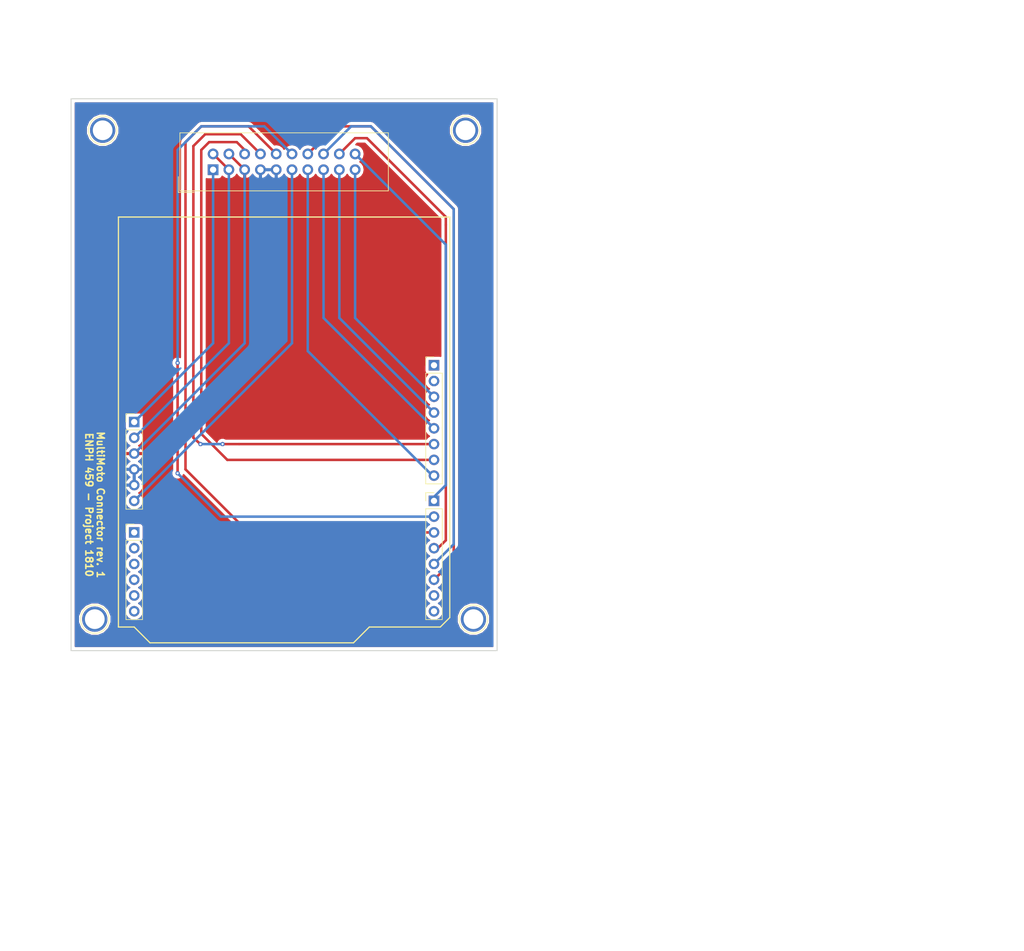
<source format=kicad_pcb>
(kicad_pcb (version 4) (host pcbnew 4.0.7)

  (general
    (links 21)
    (no_connects 0)
    (area 102.414287 41.75 210.085715 147.400001)
    (thickness 1.6)
    (drawings 29)
    (tracks 81)
    (zones 0)
    (modules 9)
    (nets 28)
  )

  (page A4)
  (layers
    (0 F.Cu signal)
    (31 B.Cu signal)
    (33 F.Adhes user)
    (34 B.Paste user)
    (35 F.Paste user)
    (36 B.SilkS user)
    (37 F.SilkS user)
    (38 B.Mask user)
    (39 F.Mask user)
    (40 Dwgs.User user)
    (41 Cmts.User user)
    (42 Eco1.User user)
    (43 Eco2.User user)
    (44 Edge.Cuts user)
    (45 Margin user)
    (47 F.CrtYd user)
    (49 F.Fab user hide)
  )

  (setup
    (last_trace_width 0.4064)
    (trace_clearance 0.1524)
    (zone_clearance 0.508)
    (zone_45_only no)
    (trace_min 0.1524)
    (segment_width 0.2)
    (edge_width 0.2)
    (via_size 0.6858)
    (via_drill 0.3302)
    (via_min_size 0.6858)
    (via_min_drill 0.3302)
    (uvia_size 0.762)
    (uvia_drill 0.508)
    (uvias_allowed no)
    (uvia_min_size 0)
    (uvia_min_drill 0)
    (pcb_text_width 0.3)
    (pcb_text_size 1.5 1.5)
    (mod_edge_width 0.15)
    (mod_text_size 1 1)
    (mod_text_width 0.15)
    (pad_size 4.064 4.064)
    (pad_drill 3.175)
    (pad_to_mask_clearance 0.2)
    (aux_axis_origin 0 0)
    (grid_origin 116.84 57.15)
    (visible_elements 7FFFFFFF)
    (pcbplotparams
      (layerselection 0x010fc_80000001)
      (usegerberextensions true)
      (excludeedgelayer true)
      (linewidth 0.100000)
      (plotframeref false)
      (viasonmask false)
      (mode 1)
      (useauxorigin false)
      (hpglpennumber 1)
      (hpglpenspeed 20)
      (hpglpendiameter 15)
      (hpglpenoverlay 2)
      (psnegative false)
      (psa4output false)
      (plotreference true)
      (plotvalue true)
      (plotinvisibletext false)
      (padsonsilk false)
      (subtractmaskfromsilk false)
      (outputformat 1)
      (mirror false)
      (drillshape 0)
      (scaleselection 1)
      (outputdirectory gerber/))
  )

  (net 0 "")
  (net 1 RESET)
  (net 2 ~ENABLE~)
  (net 3 +3.3V)
  (net 4 +5V)
  (net 5 DIR_1)
  (net 6 GND)
  (net 7 DIR_2)
  (net 8 DIR_3)
  (net 9 Vin)
  (net 10 DIR_4)
  (net 11 PWM_1)
  (net 12 SCLK)
  (net 13 PWM_2)
  (net 14 MISO)
  (net 15 PWM_3)
  (net 16 MOSI)
  (net 17 PWM_4)
  (net 18 "Net-(J3-Pad1)")
  (net 19 "Net-(J3-Pad2)")
  (net 20 "Net-(J3-Pad3)")
  (net 21 "Net-(J3-Pad4)")
  (net 22 "Net-(J3-Pad5)")
  (net 23 "Net-(J3-Pad6)")
  (net 24 "Net-(J4-Pad1)")
  (net 25 "Net-(J5-Pad7)")
  (net 26 "Net-(J5-Pad8)")
  (net 27 "Net-(J4-Pad2)")

  (net_class Default "This is the default net class."
    (clearance 0.1524)
    (trace_width 0.4064)
    (via_dia 0.6858)
    (via_drill 0.3302)
    (uvia_dia 0.762)
    (uvia_drill 0.508)
    (add_net +3.3V)
    (add_net +5V)
    (add_net DIR_1)
    (add_net DIR_2)
    (add_net DIR_3)
    (add_net DIR_4)
    (add_net GND)
    (add_net MISO)
    (add_net MOSI)
    (add_net "Net-(J3-Pad1)")
    (add_net "Net-(J3-Pad2)")
    (add_net "Net-(J3-Pad3)")
    (add_net "Net-(J3-Pad4)")
    (add_net "Net-(J3-Pad5)")
    (add_net "Net-(J3-Pad6)")
    (add_net "Net-(J4-Pad1)")
    (add_net "Net-(J4-Pad2)")
    (add_net "Net-(J5-Pad7)")
    (add_net "Net-(J5-Pad8)")
    (add_net PWM_1)
    (add_net PWM_2)
    (add_net PWM_3)
    (add_net PWM_4)
    (add_net RESET)
    (add_net SCLK)
    (add_net Vin)
    (add_net ~ENABLE~)
  )

  (module Connectors_IDC:IDC-Header_2x10_Pitch2.54mm_Straight (layer F.Cu) (tedit 5A168165) (tstamp 5A1531DC)
    (at 139.7 68.58 90)
    (descr "20 pins through hole IDC header")
    (tags "IDC header socket VASCH")
    (path /5A13C6BC)
    (fp_text reference J1 (at -5.08 -3.81 180) (layer F.SilkS) hide
      (effects (font (size 1 1) (thickness 0.15)))
    )
    (fp_text value HEADER_10x2 (at 1.27 29.464 90) (layer F.Fab) hide
      (effects (font (size 1 1) (thickness 0.15)))
    )
    (fp_text user %R (at 1.27 11.43 90) (layer F.Fab)
      (effects (font (size 1 1) (thickness 0.15)))
    )
    (fp_line (start 5.695 -5.1) (end 5.695 27.96) (layer F.Fab) (width 0.1))
    (fp_line (start 5.145 -4.56) (end 5.145 27.4) (layer F.Fab) (width 0.1))
    (fp_line (start -3.155 -5.1) (end -3.155 27.96) (layer F.Fab) (width 0.1))
    (fp_line (start -2.605 -4.56) (end -2.605 9.18) (layer F.Fab) (width 0.1))
    (fp_line (start -2.605 13.68) (end -2.605 27.4) (layer F.Fab) (width 0.1))
    (fp_line (start -2.605 9.18) (end -3.155 9.18) (layer F.Fab) (width 0.1))
    (fp_line (start -2.605 13.68) (end -3.155 13.68) (layer F.Fab) (width 0.1))
    (fp_line (start 5.695 -5.1) (end -3.155 -5.1) (layer F.Fab) (width 0.1))
    (fp_line (start 5.145 -4.56) (end -2.605 -4.56) (layer F.Fab) (width 0.1))
    (fp_line (start 5.695 27.96) (end -3.155 27.96) (layer F.Fab) (width 0.1))
    (fp_line (start 5.145 27.4) (end -2.605 27.4) (layer F.Fab) (width 0.1))
    (fp_line (start 5.695 -5.1) (end 5.145 -4.56) (layer F.Fab) (width 0.1))
    (fp_line (start 5.695 27.96) (end 5.145 27.4) (layer F.Fab) (width 0.1))
    (fp_line (start -3.155 -5.1) (end -2.605 -4.56) (layer F.Fab) (width 0.1))
    (fp_line (start -3.155 27.96) (end -2.605 27.4) (layer F.Fab) (width 0.1))
    (fp_line (start 6.2 -5.85) (end 6.2 28.46) (layer F.CrtYd) (width 0.05))
    (fp_line (start 6.2 28.46) (end -3.91 28.46) (layer F.CrtYd) (width 0.05))
    (fp_line (start -3.91 28.46) (end -3.91 -5.85) (layer F.CrtYd) (width 0.05))
    (fp_line (start -3.91 -5.85) (end 6.2 -5.85) (layer F.CrtYd) (width 0.05))
    (fp_line (start 5.945 -5.35) (end 5.945 28.21) (layer F.SilkS) (width 0.12))
    (fp_line (start 5.945 28.21) (end -3.405 28.21) (layer F.SilkS) (width 0.12))
    (fp_line (start -3.405 28.21) (end -3.405 -5.35) (layer F.SilkS) (width 0.12))
    (fp_line (start -3.405 -5.35) (end 5.945 -5.35) (layer F.SilkS) (width 0.12))
    (fp_line (start -3.655 -5.6) (end -3.655 -3.06) (layer F.SilkS) (width 0.12))
    (fp_line (start -3.655 -5.6) (end -1.115 -5.6) (layer F.SilkS) (width 0.12))
    (pad 1 thru_hole rect (at 0 0 90) (size 1.7272 1.7272) (drill 1.016) (layers *.Cu *.Mask)
      (net 1 RESET))
    (pad 2 thru_hole oval (at 2.54 0 90) (size 1.7272 1.7272) (drill 1.016) (layers *.Cu *.Mask)
      (net 3 +3.3V))
    (pad 3 thru_hole oval (at 0 2.54 90) (size 1.7272 1.7272) (drill 1.016) (layers *.Cu *.Mask)
      (net 3 +3.3V))
    (pad 4 thru_hole oval (at 2.54 2.54 90) (size 1.7272 1.7272) (drill 1.016) (layers *.Cu *.Mask)
      (net 4 +5V))
    (pad 5 thru_hole oval (at 0 5.08 90) (size 1.7272 1.7272) (drill 1.016) (layers *.Cu *.Mask)
      (net 4 +5V))
    (pad 6 thru_hole oval (at 2.54 5.08 90) (size 1.7272 1.7272) (drill 1.016) (layers *.Cu *.Mask)
      (net 11 PWM_1))
    (pad 7 thru_hole oval (at 0 7.62 90) (size 1.7272 1.7272) (drill 1.016) (layers *.Cu *.Mask)
      (net 6 GND))
    (pad 8 thru_hole oval (at 2.54 7.62 90) (size 1.7272 1.7272) (drill 1.016) (layers *.Cu *.Mask)
      (net 13 PWM_2))
    (pad 9 thru_hole oval (at 0 10.16 90) (size 1.7272 1.7272) (drill 1.016) (layers *.Cu *.Mask)
      (net 6 GND))
    (pad 10 thru_hole oval (at 2.54 10.16 90) (size 1.7272 1.7272) (drill 1.016) (layers *.Cu *.Mask)
      (net 15 PWM_3))
    (pad 11 thru_hole oval (at 0 12.7 90) (size 1.7272 1.7272) (drill 1.016) (layers *.Cu *.Mask)
      (net 9 Vin))
    (pad 12 thru_hole oval (at 2.54 12.7 90) (size 1.7272 1.7272) (drill 1.016) (layers *.Cu *.Mask)
      (net 17 PWM_4))
    (pad 13 thru_hole oval (at 0 15.24 90) (size 1.7272 1.7272) (drill 1.016) (layers *.Cu *.Mask)
      (net 2 ~ENABLE~))
    (pad 14 thru_hole oval (at 2.54 15.24 90) (size 1.7272 1.7272) (drill 1.016) (layers *.Cu *.Mask)
      (net 5 DIR_1))
    (pad 15 thru_hole oval (at 0 17.78 90) (size 1.7272 1.7272) (drill 1.016) (layers *.Cu *.Mask)
      (net 16 MOSI))
    (pad 16 thru_hole oval (at 2.54 17.78 90) (size 1.7272 1.7272) (drill 1.016) (layers *.Cu *.Mask)
      (net 7 DIR_2))
    (pad 17 thru_hole oval (at 0 20.32 90) (size 1.7272 1.7272) (drill 1.016) (layers *.Cu *.Mask)
      (net 14 MISO))
    (pad 18 thru_hole oval (at 2.54 20.32 90) (size 1.7272 1.7272) (drill 1.016) (layers *.Cu *.Mask)
      (net 8 DIR_3))
    (pad 19 thru_hole oval (at 0 22.86 90) (size 1.7272 1.7272) (drill 1.016) (layers *.Cu *.Mask)
      (net 12 SCLK))
    (pad 20 thru_hole oval (at 2.54 22.86 90) (size 1.7272 1.7272) (drill 1.016) (layers *.Cu *.Mask)
      (net 10 DIR_4))
    (model ${KISYS3DMOD}/Connectors_IDC.3dshapes/IDC-Header_2x10_Pitch2.54mm_Straight.wrl
      (at (xyz 0 0 0))
      (scale (xyz 1 1 1))
      (rotate (xyz 0 0 0))
    )
  )

  (module Socket_Strips:Socket_Strip_Straight_1x06_Pitch2.54mm (layer F.Cu) (tedit 5A168146) (tstamp 5A150DA8)
    (at 127 109.22)
    (descr "Through hole straight socket strip, 1x06, 2.54mm pitch, single row")
    (tags "Through hole socket strip THT 1x06 2.54mm single row")
    (path /5A1509F0)
    (fp_text reference J2 (at -3.81 0) (layer F.SilkS) hide
      (effects (font (size 1 1) (thickness 0.15)))
    )
    (fp_text value HEADER_6 (at 0 15.03) (layer F.Fab) hide
      (effects (font (size 1 1) (thickness 0.15)))
    )
    (fp_line (start -1.27 -1.27) (end -1.27 13.97) (layer F.Fab) (width 0.1))
    (fp_line (start -1.27 13.97) (end 1.27 13.97) (layer F.Fab) (width 0.1))
    (fp_line (start 1.27 13.97) (end 1.27 -1.27) (layer F.Fab) (width 0.1))
    (fp_line (start 1.27 -1.27) (end -1.27 -1.27) (layer F.Fab) (width 0.1))
    (fp_line (start -1.33 1.27) (end -1.33 14.03) (layer F.SilkS) (width 0.12))
    (fp_line (start -1.33 14.03) (end 1.33 14.03) (layer F.SilkS) (width 0.12))
    (fp_line (start 1.33 14.03) (end 1.33 1.27) (layer F.SilkS) (width 0.12))
    (fp_line (start 1.33 1.27) (end -1.33 1.27) (layer F.SilkS) (width 0.12))
    (fp_line (start -1.33 0) (end -1.33 -1.33) (layer F.SilkS) (width 0.12))
    (fp_line (start -1.33 -1.33) (end 0 -1.33) (layer F.SilkS) (width 0.12))
    (fp_line (start -1.8 -1.8) (end -1.8 14.5) (layer F.CrtYd) (width 0.05))
    (fp_line (start -1.8 14.5) (end 1.8 14.5) (layer F.CrtYd) (width 0.05))
    (fp_line (start 1.8 14.5) (end 1.8 -1.8) (layer F.CrtYd) (width 0.05))
    (fp_line (start 1.8 -1.8) (end -1.8 -1.8) (layer F.CrtYd) (width 0.05))
    (fp_text user %R (at 0 -2.33) (layer F.Fab)
      (effects (font (size 1 1) (thickness 0.15)))
    )
    (pad 1 thru_hole rect (at 0 0) (size 1.7 1.7) (drill 1) (layers *.Cu *.Mask)
      (net 1 RESET))
    (pad 2 thru_hole oval (at 0 2.54) (size 1.7 1.7) (drill 1) (layers *.Cu *.Mask)
      (net 3 +3.3V))
    (pad 3 thru_hole oval (at 0 5.08) (size 1.7 1.7) (drill 1) (layers *.Cu *.Mask)
      (net 4 +5V))
    (pad 4 thru_hole oval (at 0 7.62) (size 1.7 1.7) (drill 1) (layers *.Cu *.Mask)
      (net 6 GND))
    (pad 5 thru_hole oval (at 0 10.16) (size 1.7 1.7) (drill 1) (layers *.Cu *.Mask)
      (net 6 GND))
    (pad 6 thru_hole oval (at 0 12.7) (size 1.7 1.7) (drill 1) (layers *.Cu *.Mask)
      (net 9 Vin))
    (model ${KISYS3DMOD}/Socket_Strips.3dshapes/Socket_Strip_Straight_1x06_Pitch2.54mm.wrl
      (at (xyz 0 -0.25 0))
      (scale (xyz 1 1 1))
      (rotate (xyz 0 0 270))
    )
  )

  (module Socket_Strips:Socket_Strip_Straight_1x06_Pitch2.54mm (layer F.Cu) (tedit 5A16814E) (tstamp 5A150DB2)
    (at 127 127)
    (descr "Through hole straight socket strip, 1x06, 2.54mm pitch, single row")
    (tags "Through hole socket strip THT 1x06 2.54mm single row")
    (path /5A150A54)
    (fp_text reference J3 (at -0.762 16.51) (layer F.SilkS) hide
      (effects (font (size 1 1) (thickness 0.15)))
    )
    (fp_text value HEADER_6 (at 0 15.03) (layer F.Fab) hide
      (effects (font (size 1 1) (thickness 0.15)))
    )
    (fp_line (start -1.27 -1.27) (end -1.27 13.97) (layer F.Fab) (width 0.1))
    (fp_line (start -1.27 13.97) (end 1.27 13.97) (layer F.Fab) (width 0.1))
    (fp_line (start 1.27 13.97) (end 1.27 -1.27) (layer F.Fab) (width 0.1))
    (fp_line (start 1.27 -1.27) (end -1.27 -1.27) (layer F.Fab) (width 0.1))
    (fp_line (start -1.33 1.27) (end -1.33 14.03) (layer F.SilkS) (width 0.12))
    (fp_line (start -1.33 14.03) (end 1.33 14.03) (layer F.SilkS) (width 0.12))
    (fp_line (start 1.33 14.03) (end 1.33 1.27) (layer F.SilkS) (width 0.12))
    (fp_line (start 1.33 1.27) (end -1.33 1.27) (layer F.SilkS) (width 0.12))
    (fp_line (start -1.33 0) (end -1.33 -1.33) (layer F.SilkS) (width 0.12))
    (fp_line (start -1.33 -1.33) (end 0 -1.33) (layer F.SilkS) (width 0.12))
    (fp_line (start -1.8 -1.8) (end -1.8 14.5) (layer F.CrtYd) (width 0.05))
    (fp_line (start -1.8 14.5) (end 1.8 14.5) (layer F.CrtYd) (width 0.05))
    (fp_line (start 1.8 14.5) (end 1.8 -1.8) (layer F.CrtYd) (width 0.05))
    (fp_line (start 1.8 -1.8) (end -1.8 -1.8) (layer F.CrtYd) (width 0.05))
    (fp_text user %R (at 0 -2.33) (layer F.Fab) hide
      (effects (font (size 1 1) (thickness 0.15)))
    )
    (pad 1 thru_hole rect (at 0 0) (size 1.7 1.7) (drill 1) (layers *.Cu *.Mask)
      (net 18 "Net-(J3-Pad1)"))
    (pad 2 thru_hole oval (at 0 2.54) (size 1.7 1.7) (drill 1) (layers *.Cu *.Mask)
      (net 19 "Net-(J3-Pad2)"))
    (pad 3 thru_hole oval (at 0 5.08) (size 1.7 1.7) (drill 1) (layers *.Cu *.Mask)
      (net 20 "Net-(J3-Pad3)"))
    (pad 4 thru_hole oval (at 0 7.62) (size 1.7 1.7) (drill 1) (layers *.Cu *.Mask)
      (net 21 "Net-(J3-Pad4)"))
    (pad 5 thru_hole oval (at 0 10.16) (size 1.7 1.7) (drill 1) (layers *.Cu *.Mask)
      (net 22 "Net-(J3-Pad5)"))
    (pad 6 thru_hole oval (at 0 12.7) (size 1.7 1.7) (drill 1) (layers *.Cu *.Mask)
      (net 23 "Net-(J3-Pad6)"))
    (model ${KISYS3DMOD}/Socket_Strips.3dshapes/Socket_Strip_Straight_1x06_Pitch2.54mm.wrl
      (at (xyz 0 -0.25 0))
      (scale (xyz 1 1 1))
      (rotate (xyz 0 0 270))
    )
  )

  (module Socket_Strips:Socket_Strip_Straight_1x08_Pitch2.54mm (layer F.Cu) (tedit 5A16816C) (tstamp 5A150DBE)
    (at 175.26 100.076)
    (descr "Through hole straight socket strip, 1x08, 2.54mm pitch, single row")
    (tags "Through hole socket strip THT 1x08 2.54mm single row")
    (path /5A150A8C)
    (fp_text reference J4 (at 3.81 0) (layer F.SilkS) hide
      (effects (font (size 1 1) (thickness 0.15)))
    )
    (fp_text value HEADER_8 (at 0 20.11) (layer F.Fab) hide
      (effects (font (size 1 1) (thickness 0.15)))
    )
    (fp_line (start -1.27 -1.27) (end -1.27 19.05) (layer F.Fab) (width 0.1))
    (fp_line (start -1.27 19.05) (end 1.27 19.05) (layer F.Fab) (width 0.1))
    (fp_line (start 1.27 19.05) (end 1.27 -1.27) (layer F.Fab) (width 0.1))
    (fp_line (start 1.27 -1.27) (end -1.27 -1.27) (layer F.Fab) (width 0.1))
    (fp_line (start -1.33 1.27) (end -1.33 19.11) (layer F.SilkS) (width 0.12))
    (fp_line (start -1.33 19.11) (end 1.33 19.11) (layer F.SilkS) (width 0.12))
    (fp_line (start 1.33 19.11) (end 1.33 1.27) (layer F.SilkS) (width 0.12))
    (fp_line (start 1.33 1.27) (end -1.33 1.27) (layer F.SilkS) (width 0.12))
    (fp_line (start -1.33 0) (end -1.33 -1.33) (layer F.SilkS) (width 0.12))
    (fp_line (start -1.33 -1.33) (end 0 -1.33) (layer F.SilkS) (width 0.12))
    (fp_line (start -1.8 -1.8) (end -1.8 19.55) (layer F.CrtYd) (width 0.05))
    (fp_line (start -1.8 19.55) (end 1.8 19.55) (layer F.CrtYd) (width 0.05))
    (fp_line (start 1.8 19.55) (end 1.8 -1.8) (layer F.CrtYd) (width 0.05))
    (fp_line (start 1.8 -1.8) (end -1.8 -1.8) (layer F.CrtYd) (width 0.05))
    (fp_text user %R (at 0 -2.33) (layer F.Fab) hide
      (effects (font (size 1 1) (thickness 0.15)))
    )
    (pad 1 thru_hole rect (at 0 0) (size 1.7 1.7) (drill 1) (layers *.Cu *.Mask)
      (net 24 "Net-(J4-Pad1)"))
    (pad 2 thru_hole oval (at 0 2.54) (size 1.7 1.7) (drill 1) (layers *.Cu *.Mask)
      (net 27 "Net-(J4-Pad2)"))
    (pad 3 thru_hole oval (at 0 5.08) (size 1.7 1.7) (drill 1) (layers *.Cu *.Mask)
      (net 12 SCLK))
    (pad 4 thru_hole oval (at 0 7.62) (size 1.7 1.7) (drill 1) (layers *.Cu *.Mask)
      (net 14 MISO))
    (pad 5 thru_hole oval (at 0 10.16) (size 1.7 1.7) (drill 1) (layers *.Cu *.Mask)
      (net 16 MOSI))
    (pad 6 thru_hole oval (at 0 12.7) (size 1.7 1.7) (drill 1) (layers *.Cu *.Mask)
      (net 13 PWM_2))
    (pad 7 thru_hole oval (at 0 15.24) (size 1.7 1.7) (drill 1) (layers *.Cu *.Mask)
      (net 11 PWM_1))
    (pad 8 thru_hole oval (at 0 17.78) (size 1.7 1.7) (drill 1) (layers *.Cu *.Mask)
      (net 2 ~ENABLE~))
    (model ${KISYS3DMOD}/Socket_Strips.3dshapes/Socket_Strip_Straight_1x08_Pitch2.54mm.wrl
      (at (xyz 0 -0.35 0))
      (scale (xyz 1 1 1))
      (rotate (xyz 0 0 270))
    )
  )

  (module Socket_Strips:Socket_Strip_Straight_1x08_Pitch2.54mm (layer F.Cu) (tedit 5A168158) (tstamp 5A150DCA)
    (at 175.26 121.92)
    (descr "Through hole straight socket strip, 1x08, 2.54mm pitch, single row")
    (tags "Through hole socket strip THT 1x08 2.54mm single row")
    (path /5A150ACE)
    (fp_text reference J5 (at 0 21.59) (layer F.SilkS) hide
      (effects (font (size 1 1) (thickness 0.15)))
    )
    (fp_text value HEADER_8 (at 0 20.11) (layer F.Fab) hide
      (effects (font (size 1 1) (thickness 0.15)))
    )
    (fp_line (start -1.27 -1.27) (end -1.27 19.05) (layer F.Fab) (width 0.1))
    (fp_line (start -1.27 19.05) (end 1.27 19.05) (layer F.Fab) (width 0.1))
    (fp_line (start 1.27 19.05) (end 1.27 -1.27) (layer F.Fab) (width 0.1))
    (fp_line (start 1.27 -1.27) (end -1.27 -1.27) (layer F.Fab) (width 0.1))
    (fp_line (start -1.33 1.27) (end -1.33 19.11) (layer F.SilkS) (width 0.12))
    (fp_line (start -1.33 19.11) (end 1.33 19.11) (layer F.SilkS) (width 0.12))
    (fp_line (start 1.33 19.11) (end 1.33 1.27) (layer F.SilkS) (width 0.12))
    (fp_line (start 1.33 1.27) (end -1.33 1.27) (layer F.SilkS) (width 0.12))
    (fp_line (start -1.33 0) (end -1.33 -1.33) (layer F.SilkS) (width 0.12))
    (fp_line (start -1.33 -1.33) (end 0 -1.33) (layer F.SilkS) (width 0.12))
    (fp_line (start -1.8 -1.8) (end -1.8 19.55) (layer F.CrtYd) (width 0.05))
    (fp_line (start -1.8 19.55) (end 1.8 19.55) (layer F.CrtYd) (width 0.05))
    (fp_line (start 1.8 19.55) (end 1.8 -1.8) (layer F.CrtYd) (width 0.05))
    (fp_line (start 1.8 -1.8) (end -1.8 -1.8) (layer F.CrtYd) (width 0.05))
    (fp_text user %R (at 0 -2.33) (layer F.Fab) hide
      (effects (font (size 1 1) (thickness 0.15)))
    )
    (pad 1 thru_hole rect (at 0 0) (size 1.7 1.7) (drill 1) (layers *.Cu *.Mask)
      (net 10 DIR_4))
    (pad 2 thru_hole oval (at 0 2.54) (size 1.7 1.7) (drill 1) (layers *.Cu *.Mask)
      (net 17 PWM_4))
    (pad 3 thru_hole oval (at 0 5.08) (size 1.7 1.7) (drill 1) (layers *.Cu *.Mask)
      (net 15 PWM_3))
    (pad 4 thru_hole oval (at 0 7.62) (size 1.7 1.7) (drill 1) (layers *.Cu *.Mask)
      (net 8 DIR_3))
    (pad 5 thru_hole oval (at 0 10.16) (size 1.7 1.7) (drill 1) (layers *.Cu *.Mask)
      (net 7 DIR_2))
    (pad 6 thru_hole oval (at 0 12.7) (size 1.7 1.7) (drill 1) (layers *.Cu *.Mask)
      (net 5 DIR_1))
    (pad 7 thru_hole oval (at 0 15.24) (size 1.7 1.7) (drill 1) (layers *.Cu *.Mask)
      (net 25 "Net-(J5-Pad7)"))
    (pad 8 thru_hole oval (at 0 17.78) (size 1.7 1.7) (drill 1) (layers *.Cu *.Mask)
      (net 26 "Net-(J5-Pad8)"))
    (model ${KISYS3DMOD}/Socket_Strips.3dshapes/Socket_Strip_Straight_1x08_Pitch2.54mm.wrl
      (at (xyz 0 -0.35 0))
      (scale (xyz 1 1 1))
      (rotate (xyz 0 0 270))
    )
  )

  (module Connectors:1pin (layer F.Cu) (tedit 5A16843D) (tstamp 5A16838D)
    (at 121.92 62.23)
    (descr "module 1 pin (ou trou mecanique de percage)")
    (tags DEV)
    (fp_text reference REF** (at 0 -3.048) (layer F.SilkS) hide
      (effects (font (size 1 1) (thickness 0.15)))
    )
    (fp_text value 1pin (at 0 3) (layer F.Fab) hide
      (effects (font (size 1 1) (thickness 0.15)))
    )
    (fp_circle (center 0 0) (end 2 0.8) (layer F.Fab) (width 0.1))
    (fp_circle (center 0 0) (end 2.6 0) (layer F.CrtYd) (width 0.05))
    (fp_circle (center 0 0) (end 0 -2.286) (layer F.SilkS) (width 0.12))
    (pad 1 thru_hole circle (at 0 0) (size 4.064 4.064) (drill 3.175) (layers *.Cu *.Mask))
  )

  (module Connectors:1pin (layer F.Cu) (tedit 5A168476) (tstamp 5A168446)
    (at 120.65 140.97)
    (descr "module 1 pin (ou trou mecanique de percage)")
    (tags DEV)
    (fp_text reference REF** (at 0 -3.048) (layer F.SilkS) hide
      (effects (font (size 1 1) (thickness 0.15)))
    )
    (fp_text value 1pin (at 0 3) (layer F.Fab) hide
      (effects (font (size 1 1) (thickness 0.15)))
    )
    (fp_circle (center 0 0) (end 2 0.8) (layer F.Fab) (width 0.1))
    (fp_circle (center 0 0) (end 2.6 0) (layer F.CrtYd) (width 0.05))
    (fp_circle (center 0 0) (end 0 -2.286) (layer F.SilkS) (width 0.12))
    (pad 1 thru_hole circle (at 0 0) (size 4.064 4.064) (drill 3.175) (layers *.Cu *.Mask))
  )

  (module Connectors:1pin (layer F.Cu) (tedit 5A1684BD) (tstamp 5A16847F)
    (at 181.61 140.97)
    (descr "module 1 pin (ou trou mecanique de percage)")
    (tags DEV)
    (fp_text reference REF** (at 0 -3.048) (layer F.SilkS) hide
      (effects (font (size 1 1) (thickness 0.15)))
    )
    (fp_text value 1pin (at 0 3) (layer F.Fab) hide
      (effects (font (size 1 1) (thickness 0.15)))
    )
    (fp_circle (center 0 0) (end 2 0.8) (layer F.Fab) (width 0.1))
    (fp_circle (center 0 0) (end 2.6 0) (layer F.CrtYd) (width 0.05))
    (fp_circle (center 0 0) (end 0 -2.286) (layer F.SilkS) (width 0.12))
    (pad 1 thru_hole circle (at 0 0) (size 4.064 4.064) (drill 3.175) (layers *.Cu *.Mask))
  )

  (module Connectors:1pin (layer F.Cu) (tedit 5A1684B6) (tstamp 5A1684A0)
    (at 180.34 62.23)
    (descr "module 1 pin (ou trou mecanique de percage)")
    (tags DEV)
    (fp_text reference REF** (at 0 -3.048) (layer F.SilkS) hide
      (effects (font (size 1 1) (thickness 0.15)))
    )
    (fp_text value 1pin (at 0 3) (layer F.Fab) hide
      (effects (font (size 1 1) (thickness 0.15)))
    )
    (fp_circle (center 0 0) (end 2 0.8) (layer F.Fab) (width 0.1))
    (fp_circle (center 0 0) (end 2.6 0) (layer F.CrtYd) (width 0.05))
    (fp_circle (center 0 0) (end 0 -2.286) (layer F.SilkS) (width 0.12))
    (pad 1 thru_hole circle (at 0 0) (size 4.064 4.064) (drill 3.175) (layers *.Cu *.Mask))
  )

  (gr_text 1 (at 269.24 193.04) (layer Dwgs.User)
    (effects (font (size 1.5 1.5) (thickness 0.3)))
  )
  (gr_text "Nov. 25, 2017" (at 214.63 193.04) (layer Dwgs.User)
    (effects (font (size 1.5 1.5) (thickness 0.3)))
  )
  (gr_text "Multimoto Connector Board" (at 201.93 189.23) (layer Dwgs.User)
    (effects (font (size 1.5 1.5) (thickness 0.3)))
  )
  (dimension 5.08 (width 0.3) (layer Dwgs.User)
    (gr_text "0.2000 in" (at 181.61 154.94) (layer Dwgs.User)
      (effects (font (size 1.5 1.5) (thickness 0.3)))
    )
    (feature1 (pts (xy 184.15 140.97) (xy 184.15 153.83)))
    (feature2 (pts (xy 179.07 140.97) (xy 179.07 153.83)))
    (crossbar (pts (xy 179.07 151.13) (xy 184.15 151.13)))
    (arrow1a (pts (xy 184.15 151.13) (xy 183.023496 151.716421)))
    (arrow1b (pts (xy 184.15 151.13) (xy 183.023496 150.543579)))
    (arrow2a (pts (xy 179.07 151.13) (xy 180.196504 151.716421)))
    (arrow2b (pts (xy 179.07 151.13) (xy 180.196504 150.543579)))
  )
  (dimension 11.43 (width 0.3) (layer Dwgs.User)
    (gr_text "0.4500 in" (at 171.45 63.5 90) (layer Dwgs.User)
      (effects (font (size 1.5 1.5) (thickness 0.3)))
    )
    (feature1 (pts (xy 162.56 57.15) (xy 169.07 57.15)))
    (feature2 (pts (xy 162.56 68.58) (xy 169.07 68.58)))
    (crossbar (pts (xy 166.37 68.58) (xy 166.37 57.15)))
    (arrow1a (pts (xy 166.37 57.15) (xy 166.956421 58.276504)))
    (arrow1b (pts (xy 166.37 57.15) (xy 165.783579 58.276504)))
    (arrow2a (pts (xy 166.37 68.58) (xy 166.956421 67.453496)))
    (arrow2b (pts (xy 166.37 68.58) (xy 165.783579 67.453496)))
  )
  (dimension 3.81 (width 0.3) (layer Dwgs.User)
    (gr_text "0.1500 in" (at 193.04 120.65 270) (layer Dwgs.User)
      (effects (font (size 1.5 1.5) (thickness 0.3)))
    )
    (feature1 (pts (xy 175.26 121.92) (xy 191.93 121.92)))
    (feature2 (pts (xy 175.26 118.11) (xy 191.93 118.11)))
    (crossbar (pts (xy 189.23 118.11) (xy 189.23 121.92)))
    (arrow1a (pts (xy 189.23 121.92) (xy 188.643579 120.793496)))
    (arrow1b (pts (xy 189.23 121.92) (xy 189.816421 120.793496)))
    (arrow2a (pts (xy 189.23 118.11) (xy 188.643579 119.236504)))
    (arrow2b (pts (xy 189.23 118.11) (xy 189.816421 119.236504)))
  )
  (dimension 6.35 (width 0.3) (layer Dwgs.User)
    (gr_text "0.2500 in" (at 135.89 143.51 270) (layer Dwgs.User)
      (effects (font (size 1.5 1.5) (thickness 0.3)))
    )
    (feature1 (pts (xy 127 146.05) (xy 134.78 146.05)))
    (feature2 (pts (xy 127 139.7) (xy 134.78 139.7)))
    (crossbar (pts (xy 132.08 139.7) (xy 132.08 146.05)))
    (arrow1a (pts (xy 132.08 146.05) (xy 131.493579 144.923496)))
    (arrow1b (pts (xy 132.08 146.05) (xy 132.666421 144.923496)))
    (arrow2a (pts (xy 132.08 139.7) (xy 131.493579 140.826504)))
    (arrow2b (pts (xy 132.08 139.7) (xy 132.666421 140.826504)))
  )
  (dimension 10.16 (width 0.3) (layer Dwgs.User)
    (gr_text "0.4000 in" (at 110.49 123.19) (layer Dwgs.User)
      (effects (font (size 1.5 1.5) (thickness 0.3)))
    )
    (feature1 (pts (xy 116.84 127) (xy 116.84 121.760001)))
    (feature2 (pts (xy 127 127) (xy 127 121.760001)))
    (crossbar (pts (xy 127 124.460001) (xy 116.84 124.460001)))
    (arrow1a (pts (xy 116.84 124.460001) (xy 117.966504 123.87358)))
    (arrow1b (pts (xy 116.84 124.460001) (xy 117.966504 125.046422)))
    (arrow2a (pts (xy 127 124.460001) (xy 125.873496 123.87358)))
    (arrow2b (pts (xy 127 124.460001) (xy 125.873496 125.046422)))
  )
  (dimension 68.58 (width 0.3) (layer Dwgs.User)
    (gr_text "2.7000 in" (at 151.13 43.1) (layer Dwgs.User)
      (effects (font (size 1.5 1.5) (thickness 0.3)))
    )
    (feature1 (pts (xy 185.42 77.47) (xy 185.42 41.75)))
    (feature2 (pts (xy 116.84 77.47) (xy 116.84 41.75)))
    (crossbar (pts (xy 116.84 44.45) (xy 185.42 44.45)))
    (arrow1a (pts (xy 185.42 44.45) (xy 184.293496 45.036421)))
    (arrow1b (pts (xy 185.42 44.45) (xy 184.293496 43.863579)))
    (arrow2a (pts (xy 116.84 44.45) (xy 117.966504 45.036421)))
    (arrow2b (pts (xy 116.84 44.45) (xy 117.966504 43.863579)))
  )
  (dimension 88.9 (width 0.3) (layer Dwgs.User)
    (gr_text "3.5000 in" (at 204.55 101.6 270) (layer Dwgs.User)
      (effects (font (size 1.5 1.5) (thickness 0.3)))
    )
    (feature1 (pts (xy 177.8 146.05) (xy 205.9 146.05)))
    (feature2 (pts (xy 177.8 57.15) (xy 205.9 57.15)))
    (crossbar (pts (xy 203.2 57.15) (xy 203.2 146.05)))
    (arrow1a (pts (xy 203.2 146.05) (xy 202.613579 144.923496)))
    (arrow1b (pts (xy 203.2 146.05) (xy 203.786421 144.923496)))
    (arrow2a (pts (xy 203.2 57.15) (xy 202.613579 58.276504)))
    (arrow2b (pts (xy 203.2 57.15) (xy 203.786421 58.276504)))
  )
  (dimension 5.08 (width 0.3) (layer Dwgs.User)
    (gr_text "0.2000 in" (at 107.95 146.05 270) (layer Dwgs.User)
      (effects (font (size 1.5 1.5) (thickness 0.3)))
    )
    (feature1 (pts (xy 120.65 146.05) (xy 110.33 146.05)))
    (feature2 (pts (xy 120.65 140.97) (xy 110.33 140.97)))
    (crossbar (pts (xy 113.03 140.97) (xy 113.03 146.05)))
    (arrow1a (pts (xy 113.03 146.05) (xy 112.443579 144.923496)))
    (arrow1b (pts (xy 113.03 146.05) (xy 113.616421 144.923496)))
    (arrow2a (pts (xy 113.03 140.97) (xy 112.443579 142.096504)))
    (arrow2b (pts (xy 113.03 140.97) (xy 113.616421 142.096504)))
  )
  (dimension 3.81 (width 0.3) (layer Dwgs.User)
    (gr_text "0.1500 in" (at 110.49 133.35) (layer Dwgs.User)
      (effects (font (size 1.5 1.5) (thickness 0.3)))
    )
    (feature1 (pts (xy 116.84 140.97) (xy 116.84 135.73)))
    (feature2 (pts (xy 120.65 140.97) (xy 120.65 135.73)))
    (crossbar (pts (xy 120.65 138.43) (xy 116.84 138.43)))
    (arrow1a (pts (xy 116.84 138.43) (xy 117.966504 137.843579)))
    (arrow1b (pts (xy 116.84 138.43) (xy 117.966504 139.016421)))
    (arrow2a (pts (xy 120.65 138.43) (xy 119.523496 137.843579)))
    (arrow2b (pts (xy 120.65 138.43) (xy 119.523496 139.016421)))
  )
  (dimension 22.86 (width 0.3) (layer Dwgs.User)
    (gr_text "0.9000 in" (at 128.27 69.93) (layer Dwgs.User)
      (effects (font (size 1.5 1.5) (thickness 0.3)))
    )
    (feature1 (pts (xy 116.84 68.58) (xy 116.84 71.28)))
    (feature2 (pts (xy 139.7 68.58) (xy 139.7 71.28)))
    (crossbar (pts (xy 139.7 68.58) (xy 116.84 68.58)))
    (arrow1a (pts (xy 116.84 68.58) (xy 117.966504 67.993579)))
    (arrow1b (pts (xy 116.84 68.58) (xy 117.966504 69.166421)))
    (arrow2a (pts (xy 139.7 68.58) (xy 138.573496 67.993579)))
    (arrow2b (pts (xy 139.7 68.58) (xy 138.573496 69.166421)))
  )
  (dimension 5.08 (width 0.3) (layer Dwgs.User)
    (gr_text "0.2000 in" (at 128.27 53.34) (layer Dwgs.User)
      (effects (font (size 1.5 1.5) (thickness 0.3)))
    )
    (feature1 (pts (xy 116.84 62.23) (xy 116.84 49.37)))
    (feature2 (pts (xy 121.92 62.23) (xy 121.92 49.37)))
    (crossbar (pts (xy 121.92 52.07) (xy 116.84 52.07)))
    (arrow1a (pts (xy 116.84 52.07) (xy 117.966504 51.483579)))
    (arrow1b (pts (xy 116.84 52.07) (xy 117.966504 52.656421)))
    (arrow2a (pts (xy 121.92 52.07) (xy 120.793496 51.483579)))
    (arrow2b (pts (xy 121.92 52.07) (xy 120.793496 52.656421)))
  )
  (dimension 5.08 (width 0.3) (layer Dwgs.User)
    (gr_text "0.2000 in" (at 137.16 55.88 90) (layer Dwgs.User)
      (effects (font (size 1.5 1.5) (thickness 0.3)))
    )
    (feature1 (pts (xy 121.92 57.15) (xy 132.24 57.15)))
    (feature2 (pts (xy 121.92 62.23) (xy 132.24 62.23)))
    (crossbar (pts (xy 129.54 62.23) (xy 129.54 57.15)))
    (arrow1a (pts (xy 129.54 57.15) (xy 130.126421 58.276504)))
    (arrow1b (pts (xy 129.54 57.15) (xy 128.953579 58.276504)))
    (arrow2a (pts (xy 129.54 62.23) (xy 130.126421 61.103496)))
    (arrow2b (pts (xy 129.54 62.23) (xy 128.953579 61.103496)))
  )
  (gr_line (start 177.8 76.2) (end 177.8 140.716) (angle 90) (layer F.SilkS) (width 0.2))
  (gr_line (start 164.846 142.24) (end 176.276 142.24) (angle 90) (layer F.SilkS) (width 0.2))
  (gr_line (start 176.276 142.24) (end 177.8 140.716) (angle 90) (layer F.SilkS) (width 0.2))
  (gr_text "MultiMoto Connector rev. 1\nENPH 459 - Project 1810" (at 120.65 122.555 270) (layer F.SilkS)
    (effects (font (size 1.143 1.143) (thickness 0.254)))
  )
  (gr_line (start 185.42 57.15) (end 185.42 146.05) (angle 90) (layer Edge.Cuts) (width 0.15))
  (gr_line (start 116.84 57.15) (end 185.42 57.15) (angle 90) (layer Edge.Cuts) (width 0.15))
  (gr_line (start 116.84 57.15) (end 116.84 146.05) (angle 90) (layer Edge.Cuts) (width 0.15))
  (gr_line (start 185.42 146.05) (end 116.84 146.05) (angle 90) (layer Edge.Cuts) (width 0.15))
  (gr_line (start 124.46 76.2) (end 124.46 142.24) (angle 90) (layer F.SilkS) (width 0.2))
  (gr_line (start 177.8 76.2) (end 124.46 76.2) (angle 90) (layer F.SilkS) (width 0.2))
  (gr_line (start 162.306 144.78) (end 164.846 142.24) (angle 90) (layer F.SilkS) (width 0.2))
  (gr_line (start 129.54 144.78) (end 162.306 144.78) (angle 90) (layer F.SilkS) (width 0.2))
  (gr_line (start 127 142.24) (end 129.54 144.78) (angle 90) (layer F.SilkS) (width 0.2))
  (gr_line (start 124.46 142.24) (end 127 142.24) (angle 90) (layer F.SilkS) (width 0.2))

  (segment (start 139.7 68.58) (end 139.7 96.52) (width 0.4064) (layer B.Cu) (net 1))
  (segment (start 139.7 96.52) (end 127 109.22) (width 0.4064) (layer B.Cu) (net 1) (tstamp 5A192B11))
  (segment (start 175.26 117.856) (end 175.006 117.856) (width 0.4064) (layer B.Cu) (net 2))
  (segment (start 175.006 117.856) (end 154.94 97.79) (width 0.4064) (layer B.Cu) (net 2) (tstamp 5A19310D))
  (segment (start 154.94 97.79) (end 154.94 68.58) (width 0.4064) (layer B.Cu) (net 2) (tstamp 5A193116))
  (segment (start 142.24 68.58) (end 139.7 66.04) (width 0.4064) (layer F.Cu) (net 3))
  (via (at 139.7 66.04) (size 0.6858) (drill 0.3302) (layers F.Cu B.Cu) (net 3))
  (segment (start 142.24 68.58) (end 142.24 96.52) (width 0.4064) (layer B.Cu) (net 3))
  (segment (start 142.24 96.52) (end 127 111.76) (width 0.4064) (layer B.Cu) (net 3) (tstamp 5A192B17))
  (segment (start 127 114.3) (end 144.78 96.52) (width 0.4064) (layer B.Cu) (net 4))
  (segment (start 144.78 96.52) (end 144.78 68.58) (width 0.4064) (layer B.Cu) (net 4) (tstamp 5A19EDF7))
  (segment (start 142.24 66.04) (end 144.78 68.58) (width 0.4064) (layer F.Cu) (net 4))
  (segment (start 165.1 61.595) (end 159.385 61.595) (width 0.4064) (layer F.Cu) (net 5))
  (segment (start 159.385 61.595) (end 154.94 66.04) (width 0.4064) (layer F.Cu) (net 5) (tstamp 5A19E9E8))
  (segment (start 165.1 61.595) (end 178.435 74.93) (width 0.4064) (layer F.Cu) (net 5) (tstamp 5A19E9E6))
  (segment (start 175.26 134.62) (end 178.435 131.445) (width 0.4064) (layer F.Cu) (net 5))
  (segment (start 178.435 131.445) (end 178.435 74.93) (width 0.4064) (layer F.Cu) (net 5) (tstamp 5A19E8CF))
  (segment (start 157.48 66.04) (end 161.925 61.595) (width 0.4064) (layer B.Cu) (net 7))
  (segment (start 165.1 61.595) (end 178.435 74.93) (width 0.4064) (layer B.Cu) (net 7))
  (segment (start 178.435 128.905) (end 175.26 132.08) (width 0.4064) (layer B.Cu) (net 7) (tstamp 5A19E773))
  (segment (start 178.435 74.93) (end 178.435 128.905) (width 0.4064) (layer B.Cu) (net 7) (tstamp 5A19E81C))
  (segment (start 161.925 61.595) (end 165.1 61.595) (width 0.4064) (layer B.Cu) (net 7) (tstamp 5A19E9DF))
  (segment (start 162.56 63.5) (end 164.465 63.5) (width 0.4064) (layer F.Cu) (net 8))
  (segment (start 177.165 76.2) (end 177.165 77.47) (width 0.4064) (layer F.Cu) (net 8) (tstamp 5A19EA02))
  (segment (start 164.465 63.5) (end 177.165 76.2) (width 0.4064) (layer F.Cu) (net 8) (tstamp 5A19EA00))
  (segment (start 177.165 128.27) (end 177.165 77.47) (width 0.4064) (layer F.Cu) (net 8) (tstamp 5A19E721))
  (segment (start 175.895 129.54) (end 177.165 128.27) (width 0.4064) (layer F.Cu) (net 8) (tstamp 5A19E71D))
  (segment (start 162.56 63.5) (end 160.02 66.04) (width 0.4064) (layer F.Cu) (net 8) (tstamp 5A19E7E4))
  (segment (start 175.26 129.54) (end 175.895 129.54) (width 0.4064) (layer F.Cu) (net 8))
  (segment (start 152.4 68.58) (end 152.4 96.52) (width 0.4064) (layer B.Cu) (net 9))
  (segment (start 152.4 96.52) (end 127 121.92) (width 0.4064) (layer B.Cu) (net 9) (tstamp 5A192B25))
  (segment (start 127 121.92) (end 126.365 121.92) (width 0.4064) (layer F.Cu) (net 9))
  (segment (start 175.26 121.92) (end 175.26 121.285) (width 0.4064) (layer B.Cu) (net 10))
  (segment (start 175.26 121.285) (end 177.165 119.38) (width 0.4064) (layer B.Cu) (net 10) (tstamp 5A19E6D3))
  (segment (start 177.165 80.645) (end 162.56 66.04) (width 0.4064) (layer B.Cu) (net 10) (tstamp 5A19E6D9))
  (segment (start 177.165 119.38) (end 177.165 80.645) (width 0.4064) (layer B.Cu) (net 10) (tstamp 5A19E6D5))
  (segment (start 175.26 121.92) (end 174.625 121.92) (width 0.4064) (layer F.Cu) (net 10))
  (segment (start 137.795 65.405) (end 139.065 64.135) (width 0.4064) (layer F.Cu) (net 11))
  (segment (start 144.78 66.04) (end 144.78 65.405) (width 0.4064) (layer F.Cu) (net 11))
  (segment (start 144.78 65.405) (end 143.51 64.135) (width 0.4064) (layer F.Cu) (net 11) (tstamp 5A19EA4B))
  (segment (start 143.51 64.135) (end 139.065 64.135) (width 0.4064) (layer F.Cu) (net 11) (tstamp 5A19EA4C))
  (segment (start 141.986 115.316) (end 175.26 115.316) (width 0.4064) (layer F.Cu) (net 11) (tstamp 5A19EA5B))
  (segment (start 137.795 111.125) (end 141.986 115.316) (width 0.4064) (layer F.Cu) (net 11) (tstamp 5A19EA59))
  (segment (start 137.795 65.405) (end 137.795 111.125) (width 0.4064) (layer F.Cu) (net 11) (tstamp 5A19EB04))
  (segment (start 175.006 115.57) (end 175.26 115.316) (width 0.4064) (layer F.Cu) (net 11) (tstamp 5A19E66F))
  (segment (start 162.56 68.58) (end 162.56 92.456) (width 0.4064) (layer B.Cu) (net 12))
  (segment (start 162.56 92.456) (end 175.26 105.156) (width 0.4064) (layer B.Cu) (net 12) (tstamp 5A192B3D))
  (segment (start 175.514 105.156) (end 174.498 105.156) (width 0.1524) (layer F.Cu) (net 12))
  (segment (start 137.668 112.776) (end 136.525 111.76) (width 0.4064) (layer F.Cu) (net 13))
  (segment (start 138.43 62.865) (end 144.145 62.865) (width 0.4064) (layer F.Cu) (net 13))
  (segment (start 136.525 64.77) (end 138.43 62.865) (width 0.4064) (layer F.Cu) (net 13))
  (segment (start 175.26 112.776) (end 143.891 112.776) (width 0.4064) (layer F.Cu) (net 13))
  (segment (start 144.145 62.865) (end 147.32 66.04) (width 0.4064) (layer F.Cu) (net 13) (tstamp 5A19EB2F))
  (segment (start 136.525 111.76) (end 136.525 64.77) (width 0.4064) (layer F.Cu) (net 13) (tstamp 5A19EB3F))
  (via (at 137.668 112.776) (size 0.6858) (drill 0.3302) (layers F.Cu B.Cu) (net 13))
  (segment (start 141.224 112.776) (end 137.668 112.776) (width 0.4064) (layer B.Cu) (net 13) (tstamp 5A19EAB5))
  (via (at 141.224 112.776) (size 0.6858) (drill 0.3302) (layers F.Cu B.Cu) (net 13))
  (segment (start 143.891 112.776) (end 141.224 112.776) (width 0.4064) (layer F.Cu) (net 13) (tstamp 5A19EA8D))
  (segment (start 147.32 66.04) (end 147.32 65.405) (width 0.4064) (layer F.Cu) (net 13))
  (segment (start 160.02 68.58) (end 160.02 92.456) (width 0.4064) (layer B.Cu) (net 14))
  (segment (start 160.02 92.456) (end 175.26 107.696) (width 0.4064) (layer B.Cu) (net 14) (tstamp 5A192B37))
  (segment (start 149.86 66.04) (end 145.415 61.595) (width 0.4064) (layer F.Cu) (net 15))
  (segment (start 137.795 61.595) (end 135.255 64.135) (width 0.4064) (layer F.Cu) (net 15) (tstamp 5A19EAC7))
  (segment (start 135.255 64.135) (end 135.255 116.84) (width 0.4064) (layer F.Cu) (net 15) (tstamp 5A19EAD2))
  (segment (start 135.255 116.84) (end 145.415 127) (width 0.4064) (layer F.Cu) (net 15) (tstamp 5A19EAD4))
  (segment (start 145.415 127) (end 175.26 127) (width 0.4064) (layer F.Cu) (net 15) (tstamp 5A19EAD7))
  (segment (start 145.415 61.595) (end 137.795 61.595) (width 0.4064) (layer F.Cu) (net 15) (tstamp 5A19EB8D))
  (segment (start 157.48 68.58) (end 157.48 92.456) (width 0.4064) (layer B.Cu) (net 16))
  (segment (start 157.48 92.456) (end 175.26 110.236) (width 0.4064) (layer B.Cu) (net 16) (tstamp 5A192B2D))
  (segment (start 135.89 63.5) (end 133.985 65.405) (width 0.4064) (layer B.Cu) (net 17))
  (via (at 133.985 99.695) (size 0.6858) (drill 0.3302) (layers F.Cu B.Cu) (net 17))
  (segment (start 133.985 99.695) (end 133.985 117.475) (width 0.4064) (layer F.Cu) (net 17) (tstamp 5A19EC01))
  (via (at 133.985 117.475) (size 0.6858) (drill 0.3302) (layers F.Cu B.Cu) (net 17))
  (segment (start 133.985 117.475) (end 140.97 124.46) (width 0.4064) (layer B.Cu) (net 17) (tstamp 5A19EC12))
  (segment (start 140.97 124.46) (end 175.26 124.46) (width 0.4064) (layer B.Cu) (net 17) (tstamp 5A19EC13))
  (segment (start 133.985 65.405) (end 133.985 99.695) (width 0.4064) (layer B.Cu) (net 17))
  (segment (start 147.955 61.595) (end 137.795 61.595) (width 0.4064) (layer B.Cu) (net 17) (tstamp 5A19EBD0))
  (segment (start 137.795 61.595) (end 135.89 63.5) (width 0.4064) (layer B.Cu) (net 17) (tstamp 5A19EBD4))
  (segment (start 135.89 63.5) (end 135.255 64.135) (width 0.4064) (layer B.Cu) (net 17) (tstamp 5A19EC7C))
  (segment (start 152.4 66.04) (end 147.955 61.595) (width 0.4064) (layer B.Cu) (net 17))
  (segment (start 175.26 124.46) (end 175.895 124.46) (width 0.4064) (layer B.Cu) (net 17))

  (zone (net 4) (net_name +5V) (layer F.Cu) (tstamp 5A19ED72) (hatch edge 0.508)
    (connect_pads (clearance 0.508))
    (min_thickness 0.254)
    (fill yes (arc_segments 16) (thermal_gap 0.508) (thermal_bridge_width 0.508))
    (polygon
      (pts
        (xy 185.42 146.05) (xy 116.84 146.05) (xy 116.84 57.15) (xy 185.42 57.15)
      )
    )
    (filled_polygon
      (pts
        (xy 184.71 145.34) (xy 117.55 145.34) (xy 117.55 141.498172) (xy 117.982538 141.498172) (xy 118.387709 142.478761)
        (xy 119.137293 143.229655) (xy 120.117173 143.636536) (xy 121.178172 143.637462) (xy 122.158761 143.232291) (xy 122.909655 142.482707)
        (xy 123.316536 141.502827) (xy 123.31654 141.498172) (xy 178.942538 141.498172) (xy 179.347709 142.478761) (xy 180.097293 143.229655)
        (xy 181.077173 143.636536) (xy 182.138172 143.637462) (xy 183.118761 143.232291) (xy 183.869655 142.482707) (xy 184.276536 141.502827)
        (xy 184.277462 140.441828) (xy 183.872291 139.461239) (xy 183.122707 138.710345) (xy 182.142827 138.303464) (xy 181.081828 138.302538)
        (xy 180.101239 138.707709) (xy 179.350345 139.457293) (xy 178.943464 140.437173) (xy 178.942538 141.498172) (xy 123.31654 141.498172)
        (xy 123.317462 140.441828) (xy 122.912291 139.461239) (xy 122.162707 138.710345) (xy 121.182827 138.303464) (xy 120.121828 138.302538)
        (xy 119.141239 138.707709) (xy 118.390345 139.457293) (xy 117.983464 140.437173) (xy 117.982538 141.498172) (xy 117.55 141.498172)
        (xy 117.55 129.54) (xy 125.485907 129.54) (xy 125.598946 130.108285) (xy 125.920853 130.590054) (xy 126.250026 130.81)
        (xy 125.920853 131.029946) (xy 125.598946 131.511715) (xy 125.485907 132.08) (xy 125.598946 132.648285) (xy 125.920853 133.130054)
        (xy 126.250026 133.35) (xy 125.920853 133.569946) (xy 125.598946 134.051715) (xy 125.485907 134.62) (xy 125.598946 135.188285)
        (xy 125.920853 135.670054) (xy 126.250026 135.89) (xy 125.920853 136.109946) (xy 125.598946 136.591715) (xy 125.485907 137.16)
        (xy 125.598946 137.728285) (xy 125.920853 138.210054) (xy 126.250026 138.43) (xy 125.920853 138.649946) (xy 125.598946 139.131715)
        (xy 125.485907 139.7) (xy 125.598946 140.268285) (xy 125.920853 140.750054) (xy 126.402622 141.071961) (xy 126.970907 141.185)
        (xy 127.029093 141.185) (xy 127.597378 141.071961) (xy 128.079147 140.750054) (xy 128.401054 140.268285) (xy 128.514093 139.7)
        (xy 128.401054 139.131715) (xy 128.079147 138.649946) (xy 127.749974 138.43) (xy 128.079147 138.210054) (xy 128.401054 137.728285)
        (xy 128.514093 137.16) (xy 128.401054 136.591715) (xy 128.079147 136.109946) (xy 127.749974 135.89) (xy 128.079147 135.670054)
        (xy 128.401054 135.188285) (xy 128.514093 134.62) (xy 128.401054 134.051715) (xy 128.079147 133.569946) (xy 127.749974 133.35)
        (xy 128.079147 133.130054) (xy 128.401054 132.648285) (xy 128.514093 132.08) (xy 128.401054 131.511715) (xy 128.079147 131.029946)
        (xy 127.749974 130.81) (xy 128.079147 130.590054) (xy 128.401054 130.108285) (xy 128.514093 129.54) (xy 128.401054 128.971715)
        (xy 128.079147 128.489946) (xy 128.037548 128.46215) (xy 128.085317 128.453162) (xy 128.301441 128.31409) (xy 128.446431 128.10189)
        (xy 128.49744 127.85) (xy 128.49744 126.15) (xy 128.453162 125.914683) (xy 128.31409 125.698559) (xy 128.10189 125.553569)
        (xy 127.85 125.50256) (xy 126.15 125.50256) (xy 125.914683 125.546838) (xy 125.698559 125.68591) (xy 125.553569 125.89811)
        (xy 125.50256 126.15) (xy 125.50256 127.85) (xy 125.546838 128.085317) (xy 125.68591 128.301441) (xy 125.89811 128.446431)
        (xy 125.965541 128.460086) (xy 125.920853 128.489946) (xy 125.598946 128.971715) (xy 125.485907 129.54) (xy 117.55 129.54)
        (xy 117.55 116.84) (xy 125.485907 116.84) (xy 125.598946 117.408285) (xy 125.920853 117.890054) (xy 126.250026 118.11)
        (xy 125.920853 118.329946) (xy 125.598946 118.811715) (xy 125.485907 119.38) (xy 125.598946 119.948285) (xy 125.920853 120.430054)
        (xy 126.250026 120.65) (xy 125.920853 120.869946) (xy 125.598946 121.351715) (xy 125.485907 121.92) (xy 125.598946 122.488285)
        (xy 125.920853 122.970054) (xy 126.402622 123.291961) (xy 126.970907 123.405) (xy 127.029093 123.405) (xy 127.597378 123.291961)
        (xy 128.079147 122.970054) (xy 128.401054 122.488285) (xy 128.514093 121.92) (xy 128.401054 121.351715) (xy 128.079147 120.869946)
        (xy 127.749974 120.65) (xy 128.079147 120.430054) (xy 128.401054 119.948285) (xy 128.514093 119.38) (xy 128.401054 118.811715)
        (xy 128.079147 118.329946) (xy 127.749974 118.11) (xy 128.079147 117.890054) (xy 128.401054 117.408285) (xy 128.514093 116.84)
        (xy 128.401054 116.271715) (xy 128.079147 115.789946) (xy 127.738447 115.562298) (xy 127.881358 115.495183) (xy 128.271645 115.066924)
        (xy 128.441476 114.65689) (xy 128.320155 114.427) (xy 127.127 114.427) (xy 127.127 114.447) (xy 126.873 114.447)
        (xy 126.873 114.427) (xy 125.679845 114.427) (xy 125.558524 114.65689) (xy 125.728355 115.066924) (xy 126.118642 115.495183)
        (xy 126.261553 115.562298) (xy 125.920853 115.789946) (xy 125.598946 116.271715) (xy 125.485907 116.84) (xy 117.55 116.84)
        (xy 117.55 111.76) (xy 125.485907 111.76) (xy 125.598946 112.328285) (xy 125.920853 112.810054) (xy 126.261553 113.037702)
        (xy 126.118642 113.104817) (xy 125.728355 113.533076) (xy 125.558524 113.94311) (xy 125.679845 114.173) (xy 126.873 114.173)
        (xy 126.873 114.153) (xy 127.127 114.153) (xy 127.127 114.173) (xy 128.320155 114.173) (xy 128.441476 113.94311)
        (xy 128.271645 113.533076) (xy 127.881358 113.104817) (xy 127.738447 113.037702) (xy 128.079147 112.810054) (xy 128.401054 112.328285)
        (xy 128.514093 111.76) (xy 128.401054 111.191715) (xy 128.079147 110.709946) (xy 128.037548 110.68215) (xy 128.085317 110.673162)
        (xy 128.301441 110.53409) (xy 128.446431 110.32189) (xy 128.49744 110.07) (xy 128.49744 108.37) (xy 128.453162 108.134683)
        (xy 128.31409 107.918559) (xy 128.10189 107.773569) (xy 127.85 107.72256) (xy 126.15 107.72256) (xy 125.914683 107.766838)
        (xy 125.698559 107.90591) (xy 125.553569 108.11811) (xy 125.50256 108.37) (xy 125.50256 110.07) (xy 125.546838 110.305317)
        (xy 125.68591 110.521441) (xy 125.89811 110.666431) (xy 125.965541 110.680086) (xy 125.920853 110.709946) (xy 125.598946 111.191715)
        (xy 125.485907 111.76) (xy 117.55 111.76) (xy 117.55 99.888663) (xy 133.006931 99.888663) (xy 133.1468 100.227173)
        (xy 133.1468 116.943605) (xy 133.00727 117.27963) (xy 133.006931 117.668663) (xy 133.155493 118.028212) (xy 133.430341 118.30354)
        (xy 133.78963 118.45273) (xy 134.178663 118.453069) (xy 134.538212 118.304507) (xy 134.81354 118.029659) (xy 134.944318 117.714712)
        (xy 144.822303 127.592697) (xy 145.094235 127.774396) (xy 145.415 127.8382) (xy 174.039297 127.8382) (xy 174.180853 128.050054)
        (xy 174.510026 128.27) (xy 174.180853 128.489946) (xy 173.858946 128.971715) (xy 173.745907 129.54) (xy 173.858946 130.108285)
        (xy 174.180853 130.590054) (xy 174.510026 130.81) (xy 174.180853 131.029946) (xy 173.858946 131.511715) (xy 173.745907 132.08)
        (xy 173.858946 132.648285) (xy 174.180853 133.130054) (xy 174.510026 133.35) (xy 174.180853 133.569946) (xy 173.858946 134.051715)
        (xy 173.745907 134.62) (xy 173.858946 135.188285) (xy 174.180853 135.670054) (xy 174.510026 135.89) (xy 174.180853 136.109946)
        (xy 173.858946 136.591715) (xy 173.745907 137.16) (xy 173.858946 137.728285) (xy 174.180853 138.210054) (xy 174.510026 138.43)
        (xy 174.180853 138.649946) (xy 173.858946 139.131715) (xy 173.745907 139.7) (xy 173.858946 140.268285) (xy 174.180853 140.750054)
        (xy 174.662622 141.071961) (xy 175.230907 141.185) (xy 175.289093 141.185) (xy 175.857378 141.071961) (xy 176.339147 140.750054)
        (xy 176.661054 140.268285) (xy 176.774093 139.7) (xy 176.661054 139.131715) (xy 176.339147 138.649946) (xy 176.009974 138.43)
        (xy 176.339147 138.210054) (xy 176.661054 137.728285) (xy 176.774093 137.16) (xy 176.661054 136.591715) (xy 176.339147 136.109946)
        (xy 176.009974 135.89) (xy 176.339147 135.670054) (xy 176.661054 135.188285) (xy 176.774093 134.62) (xy 176.719558 134.345836)
        (xy 179.027697 132.037697) (xy 179.209396 131.765766) (xy 179.2732 131.445) (xy 179.2732 74.93) (xy 179.209396 74.609235)
        (xy 179.027697 74.337303) (xy 167.448566 62.758172) (xy 177.672538 62.758172) (xy 178.077709 63.738761) (xy 178.827293 64.489655)
        (xy 179.807173 64.896536) (xy 180.868172 64.897462) (xy 181.848761 64.492291) (xy 182.599655 63.742707) (xy 183.006536 62.762827)
        (xy 183.007462 61.701828) (xy 182.602291 60.721239) (xy 181.852707 59.970345) (xy 180.872827 59.563464) (xy 179.811828 59.562538)
        (xy 178.831239 59.967709) (xy 178.080345 60.717293) (xy 177.673464 61.697173) (xy 177.672538 62.758172) (xy 167.448566 62.758172)
        (xy 165.692697 61.002303) (xy 165.420766 60.820604) (xy 165.1 60.7568) (xy 159.385 60.7568) (xy 159.064234 60.820604)
        (xy 158.792303 61.002303) (xy 155.22573 64.568876) (xy 154.94 64.512041) (xy 154.366511 64.626115) (xy 153.88033 64.950971)
        (xy 153.67 65.265752) (xy 153.45967 64.950971) (xy 152.973489 64.626115) (xy 152.4 64.512041) (xy 151.826511 64.626115)
        (xy 151.34033 64.950971) (xy 151.13 65.265752) (xy 150.91967 64.950971) (xy 150.433489 64.626115) (xy 149.86 64.512041)
        (xy 149.57427 64.568876) (xy 146.007697 61.002303) (xy 145.735766 60.820604) (xy 145.415 60.7568) (xy 137.795 60.7568)
        (xy 137.474235 60.820604) (xy 137.474233 60.820605) (xy 137.474234 60.820605) (xy 137.202303 61.002303) (xy 134.662303 63.542303)
        (xy 134.480604 63.814234) (xy 134.425215 64.092697) (xy 134.4168 64.135) (xy 134.4168 98.815444) (xy 134.18037 98.71727)
        (xy 133.791337 98.716931) (xy 133.431788 98.865493) (xy 133.15646 99.140341) (xy 133.00727 99.49963) (xy 133.006931 99.888663)
        (xy 117.55 99.888663) (xy 117.55 62.758172) (xy 119.252538 62.758172) (xy 119.657709 63.738761) (xy 120.407293 64.489655)
        (xy 121.387173 64.896536) (xy 122.448172 64.897462) (xy 123.428761 64.492291) (xy 124.179655 63.742707) (xy 124.586536 62.762827)
        (xy 124.587462 61.701828) (xy 124.182291 60.721239) (xy 123.432707 59.970345) (xy 122.452827 59.563464) (xy 121.391828 59.562538)
        (xy 120.411239 59.967709) (xy 119.660345 60.717293) (xy 119.253464 61.697173) (xy 119.252538 62.758172) (xy 117.55 62.758172)
        (xy 117.55 57.86) (xy 184.71 57.86)
      )
    )
    (filled_polygon
      (pts
        (xy 176.3268 76.547194) (xy 176.3268 98.622463) (xy 176.11 98.57856) (xy 174.41 98.57856) (xy 174.174683 98.622838)
        (xy 173.958559 98.76191) (xy 173.813569 98.97411) (xy 173.76256 99.226) (xy 173.76256 100.926) (xy 173.806838 101.161317)
        (xy 173.94591 101.377441) (xy 174.15811 101.522431) (xy 174.225541 101.536086) (xy 174.180853 101.565946) (xy 173.858946 102.047715)
        (xy 173.745907 102.616) (xy 173.858946 103.184285) (xy 174.180853 103.666054) (xy 174.510026 103.886) (xy 174.180853 104.105946)
        (xy 173.858946 104.587715) (xy 173.745907 105.156) (xy 173.858946 105.724285) (xy 174.180853 106.206054) (xy 174.510026 106.426)
        (xy 174.180853 106.645946) (xy 173.858946 107.127715) (xy 173.745907 107.696) (xy 173.858946 108.264285) (xy 174.180853 108.746054)
        (xy 174.510026 108.966) (xy 174.180853 109.185946) (xy 173.858946 109.667715) (xy 173.745907 110.236) (xy 173.858946 110.804285)
        (xy 174.180853 111.286054) (xy 174.510026 111.506) (xy 174.180853 111.725946) (xy 174.039297 111.9378) (xy 141.755395 111.9378)
        (xy 141.41937 111.79827) (xy 141.030337 111.797931) (xy 140.670788 111.946493) (xy 140.39546 112.221341) (xy 140.301945 112.446551)
        (xy 138.6332 110.777806) (xy 138.6332 70.049891) (xy 138.8364 70.09104) (xy 140.5636 70.09104) (xy 140.798917 70.046762)
        (xy 141.015041 69.90769) (xy 141.160031 69.69549) (xy 141.168864 69.651869) (xy 141.18033 69.669029) (xy 141.666511 69.993885)
        (xy 142.24 70.107959) (xy 142.813489 69.993885) (xy 143.29967 69.669029) (xy 143.515664 69.345772) (xy 143.573179 69.46849)
        (xy 144.005053 69.862688) (xy 144.420974 70.034958) (xy 144.653 69.913817) (xy 144.653 68.707) (xy 144.633 68.707)
        (xy 144.633 68.453) (xy 144.653 68.453) (xy 144.653 68.433) (xy 144.907 68.433) (xy 144.907 68.453)
        (xy 144.927 68.453) (xy 144.927 68.707) (xy 144.907 68.707) (xy 144.907 69.913817) (xy 145.139026 70.034958)
        (xy 145.554947 69.862688) (xy 145.986821 69.46849) (xy 146.044336 69.345772) (xy 146.26033 69.669029) (xy 146.746511 69.993885)
        (xy 147.32 70.107959) (xy 147.893489 69.993885) (xy 148.37967 69.669029) (xy 148.59 69.354248) (xy 148.80033 69.669029)
        (xy 149.286511 69.993885) (xy 149.86 70.107959) (xy 150.433489 69.993885) (xy 150.91967 69.669029) (xy 151.13 69.354248)
        (xy 151.34033 69.669029) (xy 151.826511 69.993885) (xy 152.4 70.107959) (xy 152.973489 69.993885) (xy 153.45967 69.669029)
        (xy 153.67 69.354248) (xy 153.88033 69.669029) (xy 154.366511 69.993885) (xy 154.94 70.107959) (xy 155.513489 69.993885)
        (xy 155.99967 69.669029) (xy 156.21 69.354248) (xy 156.42033 69.669029) (xy 156.906511 69.993885) (xy 157.48 70.107959)
        (xy 158.053489 69.993885) (xy 158.53967 69.669029) (xy 158.75 69.354248) (xy 158.96033 69.669029) (xy 159.446511 69.993885)
        (xy 160.02 70.107959) (xy 160.593489 69.993885) (xy 161.07967 69.669029) (xy 161.29 69.354248) (xy 161.50033 69.669029)
        (xy 161.986511 69.993885) (xy 162.56 70.107959) (xy 163.133489 69.993885) (xy 163.61967 69.669029) (xy 163.944526 69.182848)
        (xy 164.0586 68.609359) (xy 164.0586 68.550641) (xy 163.944526 67.977152) (xy 163.61967 67.490971) (xy 163.348828 67.31)
        (xy 163.61967 67.129029) (xy 163.944526 66.642848) (xy 164.0586 66.069359) (xy 164.0586 66.010641) (xy 163.944526 65.437152)
        (xy 163.61967 64.950971) (xy 163.133489 64.626115) (xy 162.704592 64.540802) (xy 162.907194 64.3382) (xy 164.117806 64.3382)
      )
    )
    (filled_polygon
      (pts
        (xy 142.367 65.913) (xy 142.387 65.913) (xy 142.387 66.167) (xy 142.367 66.167) (xy 142.367 66.187)
        (xy 142.113 66.187) (xy 142.113 66.167) (xy 142.093 66.167) (xy 142.093 65.913) (xy 142.113 65.913)
        (xy 142.113 65.893) (xy 142.367 65.893)
      )
    )
  )
  (zone (net 6) (net_name GND) (layer B.Cu) (tstamp 5A19ED86) (hatch edge 0.508)
    (connect_pads (clearance 0.508))
    (min_thickness 0.254)
    (fill yes (arc_segments 16) (thermal_gap 0.508) (thermal_bridge_width 0.508))
    (polygon
      (pts
        (xy 185.42 146.05) (xy 116.84 146.05) (xy 116.84 57.15) (xy 185.42 57.15)
      )
    )
    (filled_polygon
      (pts
        (xy 184.71 145.34) (xy 117.55 145.34) (xy 117.55 141.498172) (xy 117.982538 141.498172) (xy 118.387709 142.478761)
        (xy 119.137293 143.229655) (xy 120.117173 143.636536) (xy 121.178172 143.637462) (xy 122.158761 143.232291) (xy 122.909655 142.482707)
        (xy 123.316536 141.502827) (xy 123.31654 141.498172) (xy 178.942538 141.498172) (xy 179.347709 142.478761) (xy 180.097293 143.229655)
        (xy 181.077173 143.636536) (xy 182.138172 143.637462) (xy 183.118761 143.232291) (xy 183.869655 142.482707) (xy 184.276536 141.502827)
        (xy 184.277462 140.441828) (xy 183.872291 139.461239) (xy 183.122707 138.710345) (xy 182.142827 138.303464) (xy 181.081828 138.302538)
        (xy 180.101239 138.707709) (xy 179.350345 139.457293) (xy 178.943464 140.437173) (xy 178.942538 141.498172) (xy 123.31654 141.498172)
        (xy 123.317462 140.441828) (xy 122.912291 139.461239) (xy 122.162707 138.710345) (xy 121.182827 138.303464) (xy 120.121828 138.302538)
        (xy 119.141239 138.707709) (xy 118.390345 139.457293) (xy 117.983464 140.437173) (xy 117.982538 141.498172) (xy 117.55 141.498172)
        (xy 117.55 129.54) (xy 125.485907 129.54) (xy 125.598946 130.108285) (xy 125.920853 130.590054) (xy 126.250026 130.81)
        (xy 125.920853 131.029946) (xy 125.598946 131.511715) (xy 125.485907 132.08) (xy 125.598946 132.648285) (xy 125.920853 133.130054)
        (xy 126.250026 133.35) (xy 125.920853 133.569946) (xy 125.598946 134.051715) (xy 125.485907 134.62) (xy 125.598946 135.188285)
        (xy 125.920853 135.670054) (xy 126.250026 135.89) (xy 125.920853 136.109946) (xy 125.598946 136.591715) (xy 125.485907 137.16)
        (xy 125.598946 137.728285) (xy 125.920853 138.210054) (xy 126.250026 138.43) (xy 125.920853 138.649946) (xy 125.598946 139.131715)
        (xy 125.485907 139.7) (xy 125.598946 140.268285) (xy 125.920853 140.750054) (xy 126.402622 141.071961) (xy 126.970907 141.185)
        (xy 127.029093 141.185) (xy 127.597378 141.071961) (xy 128.079147 140.750054) (xy 128.401054 140.268285) (xy 128.514093 139.7)
        (xy 128.401054 139.131715) (xy 128.079147 138.649946) (xy 127.749974 138.43) (xy 128.079147 138.210054) (xy 128.401054 137.728285)
        (xy 128.514093 137.16) (xy 128.401054 136.591715) (xy 128.079147 136.109946) (xy 127.749974 135.89) (xy 128.079147 135.670054)
        (xy 128.401054 135.188285) (xy 128.514093 134.62) (xy 128.401054 134.051715) (xy 128.079147 133.569946) (xy 127.749974 133.35)
        (xy 128.079147 133.130054) (xy 128.401054 132.648285) (xy 128.514093 132.08) (xy 128.401054 131.511715) (xy 128.079147 131.029946)
        (xy 127.749974 130.81) (xy 128.079147 130.590054) (xy 128.401054 130.108285) (xy 128.514093 129.54) (xy 128.401054 128.971715)
        (xy 128.079147 128.489946) (xy 128.037548 128.46215) (xy 128.085317 128.453162) (xy 128.301441 128.31409) (xy 128.446431 128.10189)
        (xy 128.49744 127.85) (xy 128.49744 126.15) (xy 128.453162 125.914683) (xy 128.31409 125.698559) (xy 128.10189 125.553569)
        (xy 127.85 125.50256) (xy 126.15 125.50256) (xy 125.914683 125.546838) (xy 125.698559 125.68591) (xy 125.553569 125.89811)
        (xy 125.50256 126.15) (xy 125.50256 127.85) (xy 125.546838 128.085317) (xy 125.68591 128.301441) (xy 125.89811 128.446431)
        (xy 125.965541 128.460086) (xy 125.920853 128.489946) (xy 125.598946 128.971715) (xy 125.485907 129.54) (xy 117.55 129.54)
        (xy 117.55 117.19689) (xy 125.558524 117.19689) (xy 125.728355 117.606924) (xy 126.118642 118.035183) (xy 126.277954 118.11)
        (xy 126.118642 118.184817) (xy 125.728355 118.613076) (xy 125.558524 119.02311) (xy 125.679845 119.253) (xy 126.873 119.253)
        (xy 126.873 116.967) (xy 125.679845 116.967) (xy 125.558524 117.19689) (xy 117.55 117.19689) (xy 117.55 111.76)
        (xy 125.485907 111.76) (xy 125.598946 112.328285) (xy 125.920853 112.810054) (xy 126.250026 113.03) (xy 125.920853 113.249946)
        (xy 125.598946 113.731715) (xy 125.485907 114.3) (xy 125.598946 114.868285) (xy 125.920853 115.350054) (xy 126.261553 115.577702)
        (xy 126.118642 115.644817) (xy 125.728355 116.073076) (xy 125.558524 116.48311) (xy 125.679845 116.713) (xy 126.873 116.713)
        (xy 126.873 116.693) (xy 127.127 116.693) (xy 127.127 116.713) (xy 128.320155 116.713) (xy 128.441476 116.48311)
        (xy 128.271645 116.073076) (xy 127.881358 115.644817) (xy 127.738447 115.577702) (xy 128.079147 115.350054) (xy 128.401054 114.868285)
        (xy 128.514093 114.3) (xy 128.459558 114.025836) (xy 145.372697 97.112697) (xy 145.554396 96.840766) (xy 145.6182 96.52)
        (xy 145.6182 69.817011) (xy 145.83967 69.669029) (xy 146.055664 69.345772) (xy 146.113179 69.46849) (xy 146.545053 69.862688)
        (xy 146.960974 70.034958) (xy 147.193 69.913817) (xy 147.193 68.707) (xy 147.447 68.707) (xy 147.447 69.913817)
        (xy 147.679026 70.034958) (xy 148.094947 69.862688) (xy 148.526821 69.46849) (xy 148.59 69.333687) (xy 148.653179 69.46849)
        (xy 149.085053 69.862688) (xy 149.500974 70.034958) (xy 149.733 69.913817) (xy 149.733 68.707) (xy 147.447 68.707)
        (xy 147.193 68.707) (xy 147.173 68.707) (xy 147.173 68.453) (xy 147.193 68.453) (xy 147.193 68.433)
        (xy 147.447 68.433) (xy 147.447 68.453) (xy 149.733 68.453) (xy 149.733 68.433) (xy 149.987 68.433)
        (xy 149.987 68.453) (xy 150.007 68.453) (xy 150.007 68.707) (xy 149.987 68.707) (xy 149.987 69.913817)
        (xy 150.219026 70.034958) (xy 150.634947 69.862688) (xy 151.066821 69.46849) (xy 151.124336 69.345772) (xy 151.34033 69.669029)
        (xy 151.5618 69.817011) (xy 151.5618 96.172806) (xy 128.481608 119.252998) (xy 128.320156 119.252998) (xy 128.441476 119.02311)
        (xy 128.271645 118.613076) (xy 127.881358 118.184817) (xy 127.722046 118.11) (xy 127.881358 118.035183) (xy 128.271645 117.606924)
        (xy 128.441476 117.19689) (xy 128.320155 116.967) (xy 127.127 116.967) (xy 127.127 119.253) (xy 127.147 119.253)
        (xy 127.147 119.507) (xy 127.127 119.507) (xy 127.127 119.527) (xy 126.873 119.527) (xy 126.873 119.507)
        (xy 125.679845 119.507) (xy 125.558524 119.73689) (xy 125.728355 120.146924) (xy 126.118642 120.575183) (xy 126.261553 120.642298)
        (xy 125.920853 120.869946) (xy 125.598946 121.351715) (xy 125.485907 121.92) (xy 125.598946 122.488285) (xy 125.920853 122.970054)
        (xy 126.402622 123.291961) (xy 126.970907 123.405) (xy 127.029093 123.405) (xy 127.597378 123.291961) (xy 128.079147 122.970054)
        (xy 128.401054 122.488285) (xy 128.514093 121.92) (xy 128.459558 121.645836) (xy 133.136156 116.969238) (xy 133.00727 117.27963)
        (xy 133.006931 117.668663) (xy 133.155493 118.028212) (xy 133.430341 118.30354) (xy 133.768606 118.444) (xy 140.377303 125.052697)
        (xy 140.649235 125.234396) (xy 140.97 125.2982) (xy 174.039297 125.2982) (xy 174.180853 125.510054) (xy 174.510026 125.73)
        (xy 174.180853 125.949946) (xy 173.858946 126.431715) (xy 173.745907 127) (xy 173.858946 127.568285) (xy 174.180853 128.050054)
        (xy 174.510026 128.27) (xy 174.180853 128.489946) (xy 173.858946 128.971715) (xy 173.745907 129.54) (xy 173.858946 130.108285)
        (xy 174.180853 130.590054) (xy 174.510026 130.81) (xy 174.180853 131.029946) (xy 173.858946 131.511715) (xy 173.745907 132.08)
        (xy 173.858946 132.648285) (xy 174.180853 133.130054) (xy 174.510026 133.35) (xy 174.180853 133.569946) (xy 173.858946 134.051715)
        (xy 173.745907 134.62) (xy 173.858946 135.188285) (xy 174.180853 135.670054) (xy 174.510026 135.89) (xy 174.180853 136.109946)
        (xy 173.858946 136.591715) (xy 173.745907 137.16) (xy 173.858946 137.728285) (xy 174.180853 138.210054) (xy 174.510026 138.43)
        (xy 174.180853 138.649946) (xy 173.858946 139.131715) (xy 173.745907 139.7) (xy 173.858946 140.268285) (xy 174.180853 140.750054)
        (xy 174.662622 141.071961) (xy 175.230907 141.185) (xy 175.289093 141.185) (xy 175.857378 141.071961) (xy 176.339147 140.750054)
        (xy 176.661054 140.268285) (xy 176.774093 139.7) (xy 176.661054 139.131715) (xy 176.339147 138.649946) (xy 176.009974 138.43)
        (xy 176.339147 138.210054) (xy 176.661054 137.728285) (xy 176.774093 137.16) (xy 176.661054 136.591715) (xy 176.339147 136.109946)
        (xy 176.009974 135.89) (xy 176.339147 135.670054) (xy 176.661054 135.188285) (xy 176.774093 134.62) (xy 176.661054 134.051715)
        (xy 176.339147 133.569946) (xy 176.009974 133.35) (xy 176.339147 133.130054) (xy 176.661054 132.648285) (xy 176.774093 132.08)
        (xy 176.719558 131.805836) (xy 179.027697 129.497697) (xy 179.209396 129.225766) (xy 179.2732 128.905) (xy 179.2732 74.93)
        (xy 179.209396 74.609235) (xy 179.027697 74.337303) (xy 167.448566 62.758172) (xy 177.672538 62.758172) (xy 178.077709 63.738761)
        (xy 178.827293 64.489655) (xy 179.807173 64.896536) (xy 180.868172 64.897462) (xy 181.848761 64.492291) (xy 182.599655 63.742707)
        (xy 183.006536 62.762827) (xy 183.007462 61.701828) (xy 182.602291 60.721239) (xy 181.852707 59.970345) (xy 180.872827 59.563464)
        (xy 179.811828 59.562538) (xy 178.831239 59.967709) (xy 178.080345 60.717293) (xy 177.673464 61.697173) (xy 177.672538 62.758172)
        (xy 167.448566 62.758172) (xy 165.692697 61.002303) (xy 165.420766 60.820604) (xy 165.1 60.7568) (xy 161.925 60.7568)
        (xy 161.604234 60.820604) (xy 161.332303 61.002303) (xy 157.76573 64.568876) (xy 157.48 64.512041) (xy 156.906511 64.626115)
        (xy 156.42033 64.950971) (xy 156.21 65.265752) (xy 155.99967 64.950971) (xy 155.513489 64.626115) (xy 154.94 64.512041)
        (xy 154.366511 64.626115) (xy 153.88033 64.950971) (xy 153.67 65.265752) (xy 153.45967 64.950971) (xy 152.973489 64.626115)
        (xy 152.4 64.512041) (xy 152.11427 64.568876) (xy 148.547697 61.002303) (xy 148.275766 60.820604) (xy 147.955 60.7568)
        (xy 137.795 60.7568) (xy 137.474235 60.820604) (xy 137.202303 61.002303) (xy 133.392303 64.812303) (xy 133.210604 65.084234)
        (xy 133.1468 65.405) (xy 133.1468 99.163605) (xy 133.00727 99.49963) (xy 133.006931 99.888663) (xy 133.155493 100.248212)
        (xy 133.430341 100.52354) (xy 133.78963 100.67273) (xy 134.178663 100.673069) (xy 134.490304 100.544302) (xy 127.312046 107.72256)
        (xy 126.15 107.72256) (xy 125.914683 107.766838) (xy 125.698559 107.90591) (xy 125.553569 108.11811) (xy 125.50256 108.37)
        (xy 125.50256 110.07) (xy 125.546838 110.305317) (xy 125.68591 110.521441) (xy 125.89811 110.666431) (xy 125.965541 110.680086)
        (xy 125.920853 110.709946) (xy 125.598946 111.191715) (xy 125.485907 111.76) (xy 117.55 111.76) (xy 117.55 62.758172)
        (xy 119.252538 62.758172) (xy 119.657709 63.738761) (xy 120.407293 64.489655) (xy 121.387173 64.896536) (xy 122.448172 64.897462)
        (xy 123.428761 64.492291) (xy 124.179655 63.742707) (xy 124.586536 62.762827) (xy 124.587462 61.701828) (xy 124.182291 60.721239)
        (xy 123.432707 59.970345) (xy 122.452827 59.563464) (xy 121.391828 59.562538) (xy 120.411239 59.967709) (xy 119.660345 60.717293)
        (xy 119.253464 61.697173) (xy 119.252538 62.758172) (xy 117.55 62.758172) (xy 117.55 57.86) (xy 184.71 57.86)
      )
    )
  )
)

</source>
